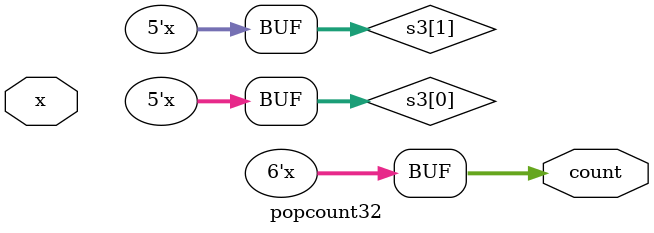
<source format=v>
module popcount32 (
    input  wire [31:0] x,
    output wire [5:0]  count
);
    wire [1:0] s0 [15:0];
    genvar i;
    generate
        for (i=0; i<16; i=i+1) begin : GEN_PAIR
            assign s0[i] = x[2*i] + x[2*i+1];
        end
    endgenerate

    wire [2:0] s1 [7:0];
    generate
        for (i=0; i<8; i=i+1) begin : GEN_QUAD
            assign s1[i] = s0[2*i] + s0[2*i+1];
        end
    endgenerate

    wire [3:0] s2 [3:0];
    generate
        for (i=0; i<4; i=i+1) begin : GEN_OCT
            assign s2[i] = s1[2*i] + s1[2*i+1];
        end
    endgenerate

    wire [4:0] s3 [1:0];
    assign s3[0] = s2[0] + s2[1];
    assign s3[1] = s2[2] + s2[3];

    assign count = s3[0] + s3[1]; // max 32
endmodule

</source>
